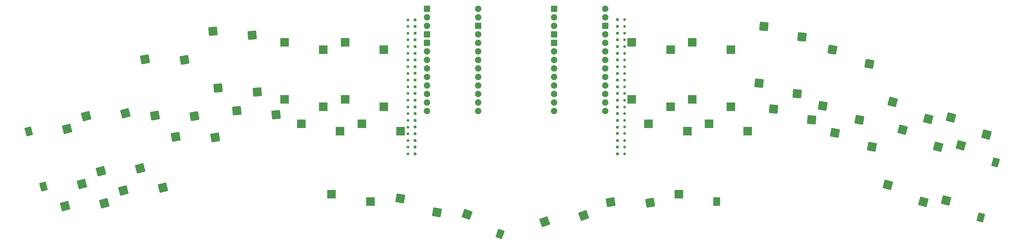
<source format=gbr>
%TF.GenerationSoftware,KiCad,Pcbnew,9.0.7*%
%TF.CreationDate,2026-02-05T22:02:29+07:00*%
%TF.ProjectId,Lapka42,4c61706b-6134-4322-9e6b-696361645f70,rev?*%
%TF.SameCoordinates,Original*%
%TF.FileFunction,Paste,Bot*%
%TF.FilePolarity,Positive*%
%FSLAX46Y46*%
G04 Gerber Fmt 4.6, Leading zero omitted, Abs format (unit mm)*
G04 Created by KiCad (PCBNEW 9.0.7) date 2026-02-05 22:02:29*
%MOMM*%
%LPD*%
G01*
G04 APERTURE LIST*
G04 Aperture macros list*
%AMRoundRect*
0 Rectangle with rounded corners*
0 $1 Rounding radius*
0 $2 $3 $4 $5 $6 $7 $8 $9 X,Y pos of 4 corners*
0 Add a 4 corners polygon primitive as box body*
4,1,4,$2,$3,$4,$5,$6,$7,$8,$9,$2,$3,0*
0 Add four circle primitives for the rounded corners*
1,1,$1+$1,$2,$3*
1,1,$1+$1,$4,$5*
1,1,$1+$1,$6,$7*
1,1,$1+$1,$8,$9*
0 Add four rect primitives between the rounded corners*
20,1,$1+$1,$2,$3,$4,$5,0*
20,1,$1+$1,$4,$5,$6,$7,0*
20,1,$1+$1,$6,$7,$8,$9,0*
20,1,$1+$1,$8,$9,$2,$3,0*%
G04 Aperture macros list end*
%ADD10C,0.800000*%
%ADD11RoundRect,0.200000X0.200000X0.200000X-0.200000X0.200000X-0.200000X-0.200000X0.200000X-0.200000X0*%
%ADD12RoundRect,0.200000X-0.200000X-0.200000X0.200000X-0.200000X0.200000X0.200000X-0.200000X0.200000X0*%
%ADD13RoundRect,0.200000X1.274302X0.892276X-0.892276X1.274302X-1.274302X-0.892276X0.892276X-1.274302X0*%
%ADD14RoundRect,0.200000X-1.347219X-0.777817X0.777817X-1.347219X1.347219X0.777817X-0.777817X1.347219X0*%
%ADD15RoundRect,0.153846X1.187132X0.787631X-0.403117X1.366434X-1.187132X-0.787631X0.403117X-1.366434X0*%
%ADD16RoundRect,0.200000X1.409884X0.657440X-0.657440X1.409884X-1.409884X-0.657440X0.657440X-1.409884X0*%
%ADD17RoundRect,0.153846X-0.520676X-1.326101X1.113968X-0.888099X0.520676X1.326101X-1.113968X0.888099X0*%
%ADD18RoundRect,0.200000X-0.777817X-1.347219X1.347219X-0.777817X0.777817X1.347219X-1.347219X0.777817X0*%
%ADD19RoundRect,0.200000X1.100000X1.100000X-1.100000X1.100000X-1.100000X-1.100000X1.100000X-1.100000X0*%
%ADD20RoundRect,0.200000X-1.100000X-1.100000X1.100000X-1.100000X1.100000X1.100000X-1.100000X1.100000X0*%
%ADD21RoundRect,0.200000X1.347219X0.777817X-0.777817X1.347219X-1.347219X-0.777817X0.777817X-1.347219X0*%
%ADD22O,1.900000X1.900000*%
%ADD23RoundRect,0.250000X-0.700000X-0.700000X0.700000X-0.700000X0.700000X0.700000X-0.700000X0.700000X0*%
%ADD24RoundRect,0.153846X0.846154X1.146154X-0.846154X1.146154X-0.846154X-1.146154X0.846154X-1.146154X0*%
%ADD25RoundRect,0.200000X1.191685X0.999943X-0.999943X1.191685X-1.191685X-0.999943X0.999943X-1.191685X0*%
%ADD26RoundRect,0.200000X-0.999943X-1.191685X1.191685X-0.999943X0.999943X1.191685X-1.191685X0.999943X0*%
%ADD27RoundRect,0.200000X-1.274302X-0.892276X0.892276X-1.274302X1.274302X0.892276X-0.892276X1.274302X0*%
%ADD28RoundRect,0.200000X0.657440X1.409884X-1.409884X0.657440X-0.657440X-1.409884X1.409884X-0.657440X0*%
%ADD29RoundRect,0.200000X-0.892276X-1.274302X1.274302X-0.892276X0.892276X1.274302X-1.274302X0.892276X0*%
%ADD30RoundRect,0.200000X0.892276X1.274302X-1.274302X0.892276X-0.892276X-1.274302X1.274302X-0.892276X0*%
%ADD31RoundRect,0.200000X-1.191685X-0.999943X0.999943X-1.191685X1.191685X0.999943X-0.999943X1.191685X0*%
%ADD32RoundRect,0.153846X1.113968X0.888099X-0.520676X1.326101X-1.113968X-0.888099X0.520676X-1.326101X0*%
%ADD33RoundRect,0.200000X0.999943X1.191685X-1.191685X0.999943X-0.999943X-1.191685X1.191685X-0.999943X0*%
%ADD34RoundRect,0.200000X0.777817X1.347219X-1.347219X0.777817X-0.777817X-1.347219X1.347219X-0.777817X0*%
G04 APERTURE END LIST*
D10*
%TO.C,D42*%
X185450003Y-156003556D03*
D11*
X187550003Y-156000009D03*
%TD*%
D10*
%TO.C,D41*%
X185450000Y-134003556D03*
D11*
X187550000Y-134000009D03*
%TD*%
D10*
%TO.C,D40*%
X185449998Y-126003553D03*
D11*
X187549998Y-126000006D03*
%TD*%
D10*
%TO.C,D39*%
X185449999Y-152003554D03*
D11*
X187549999Y-152000007D03*
%TD*%
D10*
%TO.C,D38*%
X185450003Y-136003556D03*
D11*
X187550003Y-136000009D03*
%TD*%
D10*
%TO.C,D37*%
X185450000Y-128003550D03*
D11*
X187550000Y-128000003D03*
%TD*%
D10*
%TO.C,D36*%
X185450000Y-148003555D03*
D11*
X187550000Y-148000008D03*
%TD*%
D10*
%TO.C,D35*%
X185450000Y-138003562D03*
D11*
X187550000Y-138000015D03*
%TD*%
D10*
%TO.C,D34*%
X185449999Y-124003552D03*
D11*
X187549999Y-124000005D03*
%TD*%
D10*
%TO.C,D33*%
X185449998Y-158003553D03*
D11*
X187549998Y-158000006D03*
%TD*%
D10*
%TO.C,D32*%
X185450000Y-146003552D03*
D11*
X187550000Y-146000005D03*
%TD*%
D10*
%TO.C,D31*%
X185449999Y-140003552D03*
D11*
X187549999Y-140000005D03*
%TD*%
D10*
%TO.C,D30*%
X185449999Y-122003558D03*
D11*
X187549999Y-122000011D03*
%TD*%
D10*
%TO.C,D29*%
X185449999Y-162003557D03*
D11*
X187549999Y-162000010D03*
%TD*%
D10*
%TO.C,D28*%
X185449994Y-150003557D03*
D11*
X187549994Y-150000010D03*
%TD*%
D10*
%TO.C,D27*%
X185449997Y-142003550D03*
D11*
X187549997Y-142000003D03*
%TD*%
D10*
%TO.C,D26*%
X185450003Y-130003553D03*
D11*
X187550003Y-130000006D03*
%TD*%
D10*
%TO.C,D25*%
X185450002Y-160003554D03*
D11*
X187550002Y-160000007D03*
%TD*%
D10*
%TO.C,D24*%
X185450002Y-154003552D03*
D11*
X187550002Y-154000005D03*
%TD*%
D10*
%TO.C,D23*%
X185449999Y-144003552D03*
D11*
X187549999Y-144000005D03*
%TD*%
D10*
%TO.C,D22*%
X185450003Y-132003553D03*
D11*
X187550003Y-132000006D03*
%TD*%
D10*
%TO.C,D21*%
X249962159Y-158002730D03*
D12*
X247862159Y-158006277D03*
%TD*%
D10*
%TO.C,D20*%
X249962159Y-162002728D03*
D12*
X247862159Y-162006275D03*
%TD*%
D10*
%TO.C,D19*%
X249962159Y-160002730D03*
D12*
X247862159Y-160006277D03*
%TD*%
D10*
%TO.C,D18*%
X249962158Y-154002732D03*
D12*
X247862158Y-154006279D03*
%TD*%
D10*
%TO.C,D17*%
X249962158Y-155911594D03*
D12*
X247862158Y-155915141D03*
%TD*%
D10*
%TO.C,D16*%
X249962158Y-152002730D03*
D12*
X247862158Y-152006277D03*
%TD*%
D10*
%TO.C,D15*%
X249962158Y-150002731D03*
D12*
X247862158Y-150006278D03*
%TD*%
D10*
%TO.C,D14*%
X249962158Y-146002730D03*
D12*
X247862158Y-146006277D03*
%TD*%
D10*
%TO.C,D13*%
X249962159Y-148002730D03*
D12*
X247862159Y-148006277D03*
%TD*%
D10*
%TO.C,D12*%
X249962159Y-136002731D03*
D12*
X247862159Y-136006278D03*
%TD*%
D10*
%TO.C,D11*%
X249962158Y-134002731D03*
D12*
X247862158Y-134006278D03*
%TD*%
D10*
%TO.C,D10*%
X249962159Y-138002731D03*
D12*
X247862159Y-138006278D03*
%TD*%
D10*
%TO.C,D9*%
X249962160Y-140002732D03*
D12*
X247862160Y-140006279D03*
%TD*%
D10*
%TO.C,D8*%
X249962159Y-142002729D03*
D12*
X247862159Y-142006276D03*
%TD*%
D10*
%TO.C,D7*%
X249962160Y-144002731D03*
D12*
X247862160Y-144006278D03*
%TD*%
D10*
%TO.C,D6*%
X249962160Y-121990195D03*
D12*
X247862160Y-121993742D03*
%TD*%
D10*
%TO.C,D5*%
X249962159Y-123990196D03*
D12*
X247862159Y-123993743D03*
%TD*%
D10*
%TO.C,D4*%
X249962158Y-127990192D03*
D12*
X247862158Y-127993739D03*
%TD*%
D10*
%TO.C,D3*%
X249962159Y-125990198D03*
D12*
X247862159Y-125993745D03*
%TD*%
D10*
%TO.C,D2*%
X249962159Y-131990193D03*
D12*
X247862159Y-131993740D03*
%TD*%
D10*
%TO.C,D1*%
X249962159Y-129990199D03*
D12*
X247862159Y-129993746D03*
%TD*%
D13*
%TO.C,SW29*%
X194139742Y-179435878D03*
X183147246Y-175263666D03*
%TD*%
D14*
%TO.C,SW6*%
X347212337Y-151126392D03*
X357799379Y-156240789D03*
%TD*%
D13*
%TO.C,SW16*%
X323615167Y-159928733D03*
X312622663Y-155756519D03*
%TD*%
D15*
%TO.C,SW25*%
X212867569Y-185920220D03*
D16*
X203048476Y-180005174D03*
%TD*%
D17*
%TO.C,SW41*%
X76903454Y-171752931D03*
D18*
X88339516Y-170966253D03*
%TD*%
D19*
%TO.C,SW33*%
X174274999Y-176250003D03*
X162725006Y-174050003D03*
%TD*%
D20*
%TO.C,SW22*%
X166725000Y-128750000D03*
X178275000Y-130950000D03*
%TD*%
D19*
%TO.C,SW28*%
X165274998Y-155249994D03*
X153725005Y-153049994D03*
%TD*%
D21*
%TO.C,SW17*%
X338953032Y-176348133D03*
X328365990Y-171233736D03*
%TD*%
D20*
%TO.C,SW23*%
X166724993Y-145750005D03*
X178274993Y-147950005D03*
%TD*%
D22*
%TO.C,U1*%
X244269698Y-118759200D03*
X244269698Y-121299200D03*
D23*
X244269698Y-123839200D03*
D22*
X244269698Y-126379200D03*
X244269698Y-128919200D03*
X244269698Y-131459200D03*
X244269698Y-133999200D03*
X244269698Y-136539200D03*
X244269698Y-139079200D03*
X244269698Y-141619200D03*
X244269698Y-144159200D03*
X244269698Y-146699200D03*
X244269698Y-149239200D03*
X229029698Y-149239200D03*
X229029698Y-146699200D03*
X229029698Y-144159200D03*
X229029698Y-141619200D03*
X229029698Y-139079200D03*
X229029698Y-136539200D03*
X229029698Y-133999200D03*
X229029698Y-131459200D03*
D23*
X229029698Y-128919200D03*
X229029698Y-126379200D03*
D22*
X229029698Y-123839200D03*
X229029698Y-121299200D03*
D23*
X229029698Y-118759200D03*
%TD*%
D24*
%TO.C,SW21*%
X277387158Y-176250007D03*
D19*
X266137159Y-174050007D03*
%TD*%
D25*
%TO.C,SW15*%
X305689084Y-151802236D03*
X294374778Y-148603958D03*
%TD*%
D18*
%TO.C,SW38*%
X94000345Y-167171835D03*
X105726187Y-166307510D03*
%TD*%
D26*
%TO.C,SW30*%
X127413454Y-125403073D03*
X139111244Y-126588049D03*
%TD*%
D20*
%TO.C,SW27*%
X148725000Y-145750004D03*
X160275000Y-147950004D03*
%TD*%
D19*
%TO.C,SW24*%
X183275000Y-155250003D03*
X171725007Y-153050003D03*
%TD*%
D20*
%TO.C,SW7*%
X252137158Y-145750014D03*
X263687158Y-147950014D03*
%TD*%
D27*
%TO.C,SW10*%
X308966254Y-147699171D03*
X319958758Y-151871385D03*
%TD*%
%TO.C,SW4*%
X311918278Y-130957440D03*
X322910782Y-135129654D03*
%TD*%
D21*
%TO.C,SW11*%
X343352960Y-159927402D03*
X332765918Y-154813005D03*
%TD*%
D22*
%TO.C,U2*%
X206357545Y-118759186D03*
X206357545Y-121299186D03*
D23*
X206357545Y-123839186D03*
D22*
X206357545Y-126379186D03*
X206357545Y-128919186D03*
X206357545Y-131459186D03*
X206357545Y-133999186D03*
X206357545Y-136539186D03*
X206357545Y-139079186D03*
X206357545Y-141619186D03*
X206357545Y-144159186D03*
X206357545Y-146699186D03*
X206357545Y-149239186D03*
X191117545Y-149239186D03*
X191117545Y-146699186D03*
X191117545Y-144159186D03*
X191117545Y-141619186D03*
X191117545Y-139079186D03*
X191117545Y-136539186D03*
X191117545Y-133999186D03*
X191117545Y-131459186D03*
D23*
X191117545Y-128919186D03*
X191117545Y-126379186D03*
D22*
X191117545Y-123839186D03*
X191117545Y-121299186D03*
D23*
X191117545Y-118759186D03*
%TD*%
D19*
%TO.C,SW13*%
X268687146Y-155250003D03*
X257137146Y-153050003D03*
%TD*%
D28*
%TO.C,SW19*%
X237814594Y-180362405D03*
X226208701Y-182245414D03*
%TD*%
D17*
%TO.C,SW40*%
X72503531Y-155332188D03*
D18*
X83939596Y-154545510D03*
%TD*%
D29*
%TO.C,SW35*%
X110147332Y-150573049D03*
X121903885Y-150733988D03*
%TD*%
D20*
%TO.C,SW1*%
X252137155Y-128750010D03*
X263687155Y-130950010D03*
%TD*%
D30*
%TO.C,SW36*%
X128095558Y-157054842D03*
X116339009Y-156893901D03*
%TD*%
D14*
%TO.C,SW5*%
X329825667Y-146467650D03*
X340412709Y-151582047D03*
%TD*%
D20*
%TO.C,SW2*%
X270137151Y-128750007D03*
X281687151Y-130950007D03*
%TD*%
D31*
%TO.C,SW3*%
X291511685Y-123960650D03*
X302825991Y-127158928D03*
%TD*%
D32*
%TO.C,SW12*%
X360449842Y-164508492D03*
D21*
X350152582Y-159471742D03*
%TD*%
D33*
%TO.C,SW32*%
X146210096Y-150359801D03*
X134512311Y-149174821D03*
%TD*%
D34*
%TO.C,SW39*%
X112445197Y-172064674D03*
X100719352Y-172928997D03*
%TD*%
D18*
%TO.C,SW37*%
X89600419Y-150751095D03*
X101326261Y-149886770D03*
%TD*%
D30*
%TO.C,SW20*%
X257570980Y-176562008D03*
X245814425Y-176401068D03*
%TD*%
D32*
%TO.C,SW18*%
X356049916Y-180929234D03*
D21*
X345752652Y-175892483D03*
%TD*%
D31*
%TO.C,SW9*%
X290030044Y-140895957D03*
X301344350Y-144094235D03*
%TD*%
D20*
%TO.C,SW26*%
X148724999Y-128750001D03*
X160274999Y-130950001D03*
%TD*%
D26*
%TO.C,SW31*%
X128895096Y-142338377D03*
X140592886Y-143523353D03*
%TD*%
D19*
%TO.C,SW14*%
X286687153Y-155250001D03*
X275137153Y-153050001D03*
%TD*%
D20*
%TO.C,SW8*%
X270137154Y-145750006D03*
X281687154Y-147950006D03*
%TD*%
D29*
%TO.C,SW34*%
X107195312Y-133831316D03*
X118951865Y-133992255D03*
%TD*%
D34*
%TO.C,SW42*%
X95058524Y-176723420D03*
X83332679Y-177587743D03*
%TD*%
M02*

</source>
